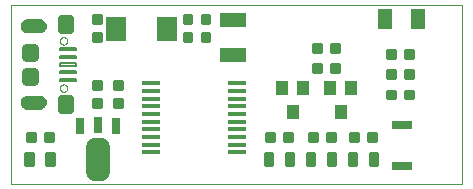
<source format=gtp>
G75*
%MOIN*%
%OFA0B0*%
%FSLAX25Y25*%
%IPPOS*%
%LPD*%
%AMOC8*
5,1,8,0,0,1.08239X$1,22.5*
%
%ADD10C,0.00000*%
%ADD11R,0.05906X0.01575*%
%ADD12C,0.00750*%
%ADD13C,0.02750*%
%ADD14C,0.02953*%
%ADD15C,0.00500*%
%ADD16R,0.06693X0.03150*%
%ADD17C,0.00875*%
%ADD18R,0.09000X0.04500*%
%ADD19R,0.05000X0.07000*%
%ADD20R,0.03150X0.05512*%
%ADD21C,0.06000*%
%ADD22R,0.07000X0.08000*%
%ADD23R,0.04000X0.04500*%
D10*
X0008000Y0002250D02*
X0008000Y0062211D01*
X0158201Y0062211D01*
X0158201Y0002250D01*
X0008000Y0002250D01*
X0024191Y0034376D02*
X0024193Y0034446D01*
X0024199Y0034516D01*
X0024209Y0034585D01*
X0024222Y0034654D01*
X0024240Y0034722D01*
X0024261Y0034789D01*
X0024286Y0034854D01*
X0024315Y0034918D01*
X0024347Y0034981D01*
X0024383Y0035041D01*
X0024422Y0035099D01*
X0024464Y0035155D01*
X0024509Y0035209D01*
X0024557Y0035260D01*
X0024608Y0035308D01*
X0024662Y0035353D01*
X0024718Y0035395D01*
X0024776Y0035434D01*
X0024836Y0035470D01*
X0024899Y0035502D01*
X0024963Y0035531D01*
X0025028Y0035556D01*
X0025095Y0035577D01*
X0025163Y0035595D01*
X0025232Y0035608D01*
X0025301Y0035618D01*
X0025371Y0035624D01*
X0025441Y0035626D01*
X0025511Y0035624D01*
X0025581Y0035618D01*
X0025650Y0035608D01*
X0025719Y0035595D01*
X0025787Y0035577D01*
X0025854Y0035556D01*
X0025919Y0035531D01*
X0025983Y0035502D01*
X0026046Y0035470D01*
X0026106Y0035434D01*
X0026164Y0035395D01*
X0026220Y0035353D01*
X0026274Y0035308D01*
X0026325Y0035260D01*
X0026373Y0035209D01*
X0026418Y0035155D01*
X0026460Y0035099D01*
X0026499Y0035041D01*
X0026535Y0034981D01*
X0026567Y0034918D01*
X0026596Y0034854D01*
X0026621Y0034789D01*
X0026642Y0034722D01*
X0026660Y0034654D01*
X0026673Y0034585D01*
X0026683Y0034516D01*
X0026689Y0034446D01*
X0026691Y0034376D01*
X0026689Y0034306D01*
X0026683Y0034236D01*
X0026673Y0034167D01*
X0026660Y0034098D01*
X0026642Y0034030D01*
X0026621Y0033963D01*
X0026596Y0033898D01*
X0026567Y0033834D01*
X0026535Y0033771D01*
X0026499Y0033711D01*
X0026460Y0033653D01*
X0026418Y0033597D01*
X0026373Y0033543D01*
X0026325Y0033492D01*
X0026274Y0033444D01*
X0026220Y0033399D01*
X0026164Y0033357D01*
X0026106Y0033318D01*
X0026046Y0033282D01*
X0025983Y0033250D01*
X0025919Y0033221D01*
X0025854Y0033196D01*
X0025787Y0033175D01*
X0025719Y0033157D01*
X0025650Y0033144D01*
X0025581Y0033134D01*
X0025511Y0033128D01*
X0025441Y0033126D01*
X0025371Y0033128D01*
X0025301Y0033134D01*
X0025232Y0033144D01*
X0025163Y0033157D01*
X0025095Y0033175D01*
X0025028Y0033196D01*
X0024963Y0033221D01*
X0024899Y0033250D01*
X0024836Y0033282D01*
X0024776Y0033318D01*
X0024718Y0033357D01*
X0024662Y0033399D01*
X0024608Y0033444D01*
X0024557Y0033492D01*
X0024509Y0033543D01*
X0024464Y0033597D01*
X0024422Y0033653D01*
X0024383Y0033711D01*
X0024347Y0033771D01*
X0024315Y0033834D01*
X0024286Y0033898D01*
X0024261Y0033963D01*
X0024240Y0034030D01*
X0024222Y0034098D01*
X0024209Y0034167D01*
X0024199Y0034236D01*
X0024193Y0034306D01*
X0024191Y0034376D01*
X0024191Y0050124D02*
X0024193Y0050194D01*
X0024199Y0050264D01*
X0024209Y0050333D01*
X0024222Y0050402D01*
X0024240Y0050470D01*
X0024261Y0050537D01*
X0024286Y0050602D01*
X0024315Y0050666D01*
X0024347Y0050729D01*
X0024383Y0050789D01*
X0024422Y0050847D01*
X0024464Y0050903D01*
X0024509Y0050957D01*
X0024557Y0051008D01*
X0024608Y0051056D01*
X0024662Y0051101D01*
X0024718Y0051143D01*
X0024776Y0051182D01*
X0024836Y0051218D01*
X0024899Y0051250D01*
X0024963Y0051279D01*
X0025028Y0051304D01*
X0025095Y0051325D01*
X0025163Y0051343D01*
X0025232Y0051356D01*
X0025301Y0051366D01*
X0025371Y0051372D01*
X0025441Y0051374D01*
X0025511Y0051372D01*
X0025581Y0051366D01*
X0025650Y0051356D01*
X0025719Y0051343D01*
X0025787Y0051325D01*
X0025854Y0051304D01*
X0025919Y0051279D01*
X0025983Y0051250D01*
X0026046Y0051218D01*
X0026106Y0051182D01*
X0026164Y0051143D01*
X0026220Y0051101D01*
X0026274Y0051056D01*
X0026325Y0051008D01*
X0026373Y0050957D01*
X0026418Y0050903D01*
X0026460Y0050847D01*
X0026499Y0050789D01*
X0026535Y0050729D01*
X0026567Y0050666D01*
X0026596Y0050602D01*
X0026621Y0050537D01*
X0026642Y0050470D01*
X0026660Y0050402D01*
X0026673Y0050333D01*
X0026683Y0050264D01*
X0026689Y0050194D01*
X0026691Y0050124D01*
X0026689Y0050054D01*
X0026683Y0049984D01*
X0026673Y0049915D01*
X0026660Y0049846D01*
X0026642Y0049778D01*
X0026621Y0049711D01*
X0026596Y0049646D01*
X0026567Y0049582D01*
X0026535Y0049519D01*
X0026499Y0049459D01*
X0026460Y0049401D01*
X0026418Y0049345D01*
X0026373Y0049291D01*
X0026325Y0049240D01*
X0026274Y0049192D01*
X0026220Y0049147D01*
X0026164Y0049105D01*
X0026106Y0049066D01*
X0026046Y0049030D01*
X0025983Y0048998D01*
X0025919Y0048969D01*
X0025854Y0048944D01*
X0025787Y0048923D01*
X0025719Y0048905D01*
X0025650Y0048892D01*
X0025581Y0048882D01*
X0025511Y0048876D01*
X0025441Y0048874D01*
X0025371Y0048876D01*
X0025301Y0048882D01*
X0025232Y0048892D01*
X0025163Y0048905D01*
X0025095Y0048923D01*
X0025028Y0048944D01*
X0024963Y0048969D01*
X0024899Y0048998D01*
X0024836Y0049030D01*
X0024776Y0049066D01*
X0024718Y0049105D01*
X0024662Y0049147D01*
X0024608Y0049192D01*
X0024557Y0049240D01*
X0024509Y0049291D01*
X0024464Y0049345D01*
X0024422Y0049401D01*
X0024383Y0049459D01*
X0024347Y0049519D01*
X0024315Y0049582D01*
X0024286Y0049646D01*
X0024261Y0049711D01*
X0024240Y0049778D01*
X0024222Y0049846D01*
X0024209Y0049915D01*
X0024199Y0049984D01*
X0024193Y0050054D01*
X0024191Y0050124D01*
D11*
X0054728Y0036016D03*
X0054728Y0033457D03*
X0054728Y0030898D03*
X0054728Y0028339D03*
X0054728Y0025780D03*
X0054728Y0023220D03*
X0054728Y0020661D03*
X0054728Y0018102D03*
X0054728Y0015543D03*
X0054728Y0012984D03*
X0083272Y0012984D03*
X0083272Y0015543D03*
X0083272Y0018102D03*
X0083272Y0020661D03*
X0083272Y0023220D03*
X0083272Y0025780D03*
X0083272Y0028339D03*
X0083272Y0030898D03*
X0083272Y0033457D03*
X0083272Y0036016D03*
D12*
X0029641Y0036757D02*
X0029641Y0037507D01*
X0029641Y0036757D02*
X0024391Y0036757D01*
X0024391Y0037507D01*
X0029641Y0037507D01*
X0029641Y0037506D02*
X0024391Y0037506D01*
X0029641Y0039316D02*
X0029641Y0040066D01*
X0029641Y0039316D02*
X0024391Y0039316D01*
X0024391Y0040066D01*
X0029641Y0040066D01*
X0029641Y0040065D02*
X0024391Y0040065D01*
X0029641Y0041875D02*
X0029641Y0042625D01*
X0029641Y0041875D02*
X0024391Y0041875D01*
X0024391Y0042625D01*
X0029641Y0042625D01*
X0029641Y0042624D02*
X0024391Y0042624D01*
X0029641Y0044434D02*
X0029641Y0045184D01*
X0029641Y0044434D02*
X0024391Y0044434D01*
X0024391Y0045184D01*
X0029641Y0045184D01*
X0029641Y0045183D02*
X0024391Y0045183D01*
X0029641Y0046993D02*
X0029641Y0047743D01*
X0029641Y0046993D02*
X0024391Y0046993D01*
X0024391Y0047743D01*
X0029641Y0047743D01*
X0029641Y0047742D02*
X0024391Y0047742D01*
D13*
X0024944Y0053862D02*
X0027694Y0053862D01*
X0024944Y0053862D02*
X0024944Y0057410D01*
X0027694Y0057410D01*
X0027694Y0053862D01*
X0027694Y0056611D02*
X0024944Y0056611D01*
X0024944Y0027090D02*
X0027694Y0027090D01*
X0024944Y0027090D02*
X0024944Y0030638D01*
X0027694Y0030638D01*
X0027694Y0027090D01*
X0027694Y0029839D02*
X0024944Y0029839D01*
D14*
X0012743Y0036836D02*
X0012743Y0039790D01*
X0015697Y0039790D01*
X0015697Y0036836D01*
X0012743Y0036836D01*
X0012743Y0039788D02*
X0015697Y0039788D01*
X0012743Y0044710D02*
X0012743Y0047664D01*
X0015697Y0047664D01*
X0015697Y0044710D01*
X0012743Y0044710D01*
X0012743Y0047662D02*
X0015697Y0047662D01*
D15*
X0017500Y0053000D02*
X0013500Y0053000D01*
X0013055Y0053050D01*
X0012632Y0053198D01*
X0012253Y0053436D01*
X0011936Y0053753D01*
X0011698Y0054132D01*
X0011550Y0054555D01*
X0011500Y0055000D01*
X0011550Y0055445D01*
X0011698Y0055868D01*
X0011936Y0056247D01*
X0012253Y0056564D01*
X0012632Y0056802D01*
X0013055Y0056950D01*
X0013500Y0057000D01*
X0017500Y0057000D01*
X0017945Y0056950D01*
X0018368Y0056802D01*
X0018747Y0056564D01*
X0019064Y0056247D01*
X0019302Y0055868D01*
X0019450Y0055445D01*
X0019500Y0055000D01*
X0019450Y0054555D01*
X0019302Y0054132D01*
X0019064Y0053753D01*
X0018747Y0053436D01*
X0018368Y0053198D01*
X0017945Y0053050D01*
X0017500Y0053000D01*
X0018082Y0053098D02*
X0012918Y0053098D01*
X0012093Y0053597D02*
X0018907Y0053597D01*
X0019279Y0054095D02*
X0011721Y0054095D01*
X0011546Y0054594D02*
X0019454Y0054594D01*
X0019490Y0055092D02*
X0011510Y0055092D01*
X0011601Y0055591D02*
X0019399Y0055591D01*
X0019163Y0056089D02*
X0011837Y0056089D01*
X0012291Y0056588D02*
X0018709Y0056588D01*
X0017500Y0031500D02*
X0013500Y0031500D01*
X0013055Y0031450D01*
X0012632Y0031302D01*
X0012253Y0031064D01*
X0011936Y0030747D01*
X0011698Y0030368D01*
X0011550Y0029945D01*
X0011500Y0029500D01*
X0011550Y0029055D01*
X0011698Y0028632D01*
X0011936Y0028253D01*
X0012253Y0027936D01*
X0012632Y0027698D01*
X0013055Y0027550D01*
X0013500Y0027500D01*
X0017500Y0027500D01*
X0017945Y0027550D01*
X0018368Y0027698D01*
X0018747Y0027936D01*
X0019064Y0028253D01*
X0019302Y0028632D01*
X0019450Y0029055D01*
X0019500Y0029500D01*
X0019450Y0029945D01*
X0019302Y0030368D01*
X0019064Y0030747D01*
X0018747Y0031064D01*
X0018368Y0031302D01*
X0017945Y0031450D01*
X0017500Y0031500D01*
X0018588Y0031164D02*
X0012412Y0031164D01*
X0011885Y0030665D02*
X0019115Y0030665D01*
X0019372Y0030167D02*
X0011628Y0030167D01*
X0011519Y0029668D02*
X0019481Y0029668D01*
X0019463Y0029170D02*
X0011537Y0029170D01*
X0011684Y0028671D02*
X0019316Y0028671D01*
X0018983Y0028173D02*
X0012017Y0028173D01*
X0012701Y0027674D02*
X0018299Y0027674D01*
D16*
X0138250Y0021943D03*
X0138250Y0008557D03*
D17*
X0130063Y0008687D02*
X0127437Y0008687D01*
X0127437Y0012813D01*
X0130063Y0012813D01*
X0130063Y0008687D01*
X0130063Y0009561D02*
X0127437Y0009561D01*
X0127437Y0010435D02*
X0130063Y0010435D01*
X0130063Y0011309D02*
X0127437Y0011309D01*
X0127437Y0012183D02*
X0130063Y0012183D01*
X0123063Y0008687D02*
X0120437Y0008687D01*
X0120437Y0012813D01*
X0123063Y0012813D01*
X0123063Y0008687D01*
X0123063Y0009561D02*
X0120437Y0009561D01*
X0120437Y0010435D02*
X0123063Y0010435D01*
X0123063Y0011309D02*
X0120437Y0011309D01*
X0120437Y0012183D02*
X0123063Y0012183D01*
X0116063Y0008687D02*
X0113437Y0008687D01*
X0113437Y0012813D01*
X0116063Y0012813D01*
X0116063Y0008687D01*
X0116063Y0009561D02*
X0113437Y0009561D01*
X0113437Y0010435D02*
X0116063Y0010435D01*
X0116063Y0011309D02*
X0113437Y0011309D01*
X0113437Y0012183D02*
X0116063Y0012183D01*
X0109063Y0008687D02*
X0106437Y0008687D01*
X0106437Y0012813D01*
X0109063Y0012813D01*
X0109063Y0008687D01*
X0109063Y0009561D02*
X0106437Y0009561D01*
X0106437Y0010435D02*
X0109063Y0010435D01*
X0109063Y0011309D02*
X0106437Y0011309D01*
X0106437Y0012183D02*
X0109063Y0012183D01*
X0102063Y0008687D02*
X0099437Y0008687D01*
X0099437Y0012813D01*
X0102063Y0012813D01*
X0102063Y0008687D01*
X0102063Y0009561D02*
X0099437Y0009561D01*
X0099437Y0010435D02*
X0102063Y0010435D01*
X0102063Y0011309D02*
X0099437Y0011309D01*
X0099437Y0012183D02*
X0102063Y0012183D01*
X0095063Y0008687D02*
X0092437Y0008687D01*
X0092437Y0012813D01*
X0095063Y0012813D01*
X0095063Y0008687D01*
X0095063Y0009561D02*
X0092437Y0009561D01*
X0092437Y0010435D02*
X0095063Y0010435D01*
X0095063Y0011309D02*
X0092437Y0011309D01*
X0092437Y0012183D02*
X0095063Y0012183D01*
X0095563Y0019313D02*
X0092937Y0019313D01*
X0095563Y0019313D02*
X0095563Y0016687D01*
X0092937Y0016687D01*
X0092937Y0019313D01*
X0092937Y0017561D02*
X0095563Y0017561D01*
X0095563Y0018435D02*
X0092937Y0018435D01*
X0092937Y0019309D02*
X0095563Y0019309D01*
X0098937Y0019313D02*
X0101563Y0019313D01*
X0101563Y0016687D01*
X0098937Y0016687D01*
X0098937Y0019313D01*
X0098937Y0017561D02*
X0101563Y0017561D01*
X0101563Y0018435D02*
X0098937Y0018435D01*
X0098937Y0019309D02*
X0101563Y0019309D01*
X0107187Y0019313D02*
X0109813Y0019313D01*
X0109813Y0016687D01*
X0107187Y0016687D01*
X0107187Y0019313D01*
X0107187Y0017561D02*
X0109813Y0017561D01*
X0109813Y0018435D02*
X0107187Y0018435D01*
X0107187Y0019309D02*
X0109813Y0019309D01*
X0113187Y0019313D02*
X0115813Y0019313D01*
X0115813Y0016687D01*
X0113187Y0016687D01*
X0113187Y0019313D01*
X0113187Y0017561D02*
X0115813Y0017561D01*
X0115813Y0018435D02*
X0113187Y0018435D01*
X0113187Y0019309D02*
X0115813Y0019309D01*
X0120937Y0016687D02*
X0123563Y0016687D01*
X0120937Y0016687D02*
X0120937Y0019313D01*
X0123563Y0019313D01*
X0123563Y0016687D01*
X0123563Y0017561D02*
X0120937Y0017561D01*
X0120937Y0018435D02*
X0123563Y0018435D01*
X0123563Y0019309D02*
X0120937Y0019309D01*
X0126937Y0016687D02*
X0129563Y0016687D01*
X0126937Y0016687D02*
X0126937Y0019313D01*
X0129563Y0019313D01*
X0129563Y0016687D01*
X0129563Y0017561D02*
X0126937Y0017561D01*
X0126937Y0018435D02*
X0129563Y0018435D01*
X0129563Y0019309D02*
X0126937Y0019309D01*
X0133187Y0030937D02*
X0135813Y0030937D01*
X0133187Y0030937D02*
X0133187Y0033563D01*
X0135813Y0033563D01*
X0135813Y0030937D01*
X0135813Y0031811D02*
X0133187Y0031811D01*
X0133187Y0032685D02*
X0135813Y0032685D01*
X0135813Y0033559D02*
X0133187Y0033559D01*
X0139187Y0030937D02*
X0141813Y0030937D01*
X0139187Y0030937D02*
X0139187Y0033563D01*
X0141813Y0033563D01*
X0141813Y0030937D01*
X0141813Y0031811D02*
X0139187Y0031811D01*
X0139187Y0032685D02*
X0141813Y0032685D01*
X0141813Y0033559D02*
X0139187Y0033559D01*
X0139187Y0037687D02*
X0141813Y0037687D01*
X0139187Y0037687D02*
X0139187Y0040313D01*
X0141813Y0040313D01*
X0141813Y0037687D01*
X0141813Y0038561D02*
X0139187Y0038561D01*
X0139187Y0039435D02*
X0141813Y0039435D01*
X0141813Y0040309D02*
X0139187Y0040309D01*
X0135813Y0037687D02*
X0133187Y0037687D01*
X0133187Y0040313D01*
X0135813Y0040313D01*
X0135813Y0037687D01*
X0135813Y0038561D02*
X0133187Y0038561D01*
X0133187Y0039435D02*
X0135813Y0039435D01*
X0135813Y0040309D02*
X0133187Y0040309D01*
X0133187Y0044437D02*
X0135813Y0044437D01*
X0133187Y0044437D02*
X0133187Y0047063D01*
X0135813Y0047063D01*
X0135813Y0044437D01*
X0135813Y0045311D02*
X0133187Y0045311D01*
X0133187Y0046185D02*
X0135813Y0046185D01*
X0135813Y0047059D02*
X0133187Y0047059D01*
X0139187Y0044437D02*
X0141813Y0044437D01*
X0139187Y0044437D02*
X0139187Y0047063D01*
X0141813Y0047063D01*
X0141813Y0044437D01*
X0141813Y0045311D02*
X0139187Y0045311D01*
X0139187Y0046185D02*
X0141813Y0046185D01*
X0141813Y0047059D02*
X0139187Y0047059D01*
X0117313Y0049063D02*
X0114687Y0049063D01*
X0117313Y0049063D02*
X0117313Y0046437D01*
X0114687Y0046437D01*
X0114687Y0049063D01*
X0114687Y0047311D02*
X0117313Y0047311D01*
X0117313Y0048185D02*
X0114687Y0048185D01*
X0114687Y0049059D02*
X0117313Y0049059D01*
X0111313Y0049063D02*
X0108687Y0049063D01*
X0111313Y0049063D02*
X0111313Y0046437D01*
X0108687Y0046437D01*
X0108687Y0049063D01*
X0108687Y0047311D02*
X0111313Y0047311D01*
X0111313Y0048185D02*
X0108687Y0048185D01*
X0108687Y0049059D02*
X0111313Y0049059D01*
X0111313Y0039687D02*
X0108687Y0039687D01*
X0108687Y0042313D01*
X0111313Y0042313D01*
X0111313Y0039687D01*
X0111313Y0040561D02*
X0108687Y0040561D01*
X0108687Y0041435D02*
X0111313Y0041435D01*
X0111313Y0042309D02*
X0108687Y0042309D01*
X0114687Y0039687D02*
X0117313Y0039687D01*
X0114687Y0039687D02*
X0114687Y0042313D01*
X0117313Y0042313D01*
X0117313Y0039687D01*
X0117313Y0040561D02*
X0114687Y0040561D01*
X0114687Y0041435D02*
X0117313Y0041435D01*
X0117313Y0042309D02*
X0114687Y0042309D01*
X0071437Y0050187D02*
X0071437Y0052813D01*
X0074063Y0052813D01*
X0074063Y0050187D01*
X0071437Y0050187D01*
X0071437Y0051061D02*
X0074063Y0051061D01*
X0074063Y0051935D02*
X0071437Y0051935D01*
X0071437Y0052809D02*
X0074063Y0052809D01*
X0065437Y0052813D02*
X0065437Y0050187D01*
X0065437Y0052813D02*
X0068063Y0052813D01*
X0068063Y0050187D01*
X0065437Y0050187D01*
X0065437Y0051061D02*
X0068063Y0051061D01*
X0068063Y0051935D02*
X0065437Y0051935D01*
X0065437Y0052809D02*
X0068063Y0052809D01*
X0065437Y0056187D02*
X0065437Y0058813D01*
X0068063Y0058813D01*
X0068063Y0056187D01*
X0065437Y0056187D01*
X0065437Y0057061D02*
X0068063Y0057061D01*
X0068063Y0057935D02*
X0065437Y0057935D01*
X0065437Y0058809D02*
X0068063Y0058809D01*
X0071437Y0058813D02*
X0071437Y0056187D01*
X0071437Y0058813D02*
X0074063Y0058813D01*
X0074063Y0056187D01*
X0071437Y0056187D01*
X0071437Y0057061D02*
X0074063Y0057061D01*
X0074063Y0057935D02*
X0071437Y0057935D01*
X0071437Y0058809D02*
X0074063Y0058809D01*
X0035187Y0058813D02*
X0035187Y0056187D01*
X0035187Y0058813D02*
X0037813Y0058813D01*
X0037813Y0056187D01*
X0035187Y0056187D01*
X0035187Y0057061D02*
X0037813Y0057061D01*
X0037813Y0057935D02*
X0035187Y0057935D01*
X0035187Y0058809D02*
X0037813Y0058809D01*
X0035187Y0052813D02*
X0035187Y0050187D01*
X0035187Y0052813D02*
X0037813Y0052813D01*
X0037813Y0050187D01*
X0035187Y0050187D01*
X0035187Y0051061D02*
X0037813Y0051061D01*
X0037813Y0051935D02*
X0035187Y0051935D01*
X0035187Y0052809D02*
X0037813Y0052809D01*
X0035187Y0036813D02*
X0035187Y0034187D01*
X0035187Y0036813D02*
X0037813Y0036813D01*
X0037813Y0034187D01*
X0035187Y0034187D01*
X0035187Y0035061D02*
X0037813Y0035061D01*
X0037813Y0035935D02*
X0035187Y0035935D01*
X0035187Y0036809D02*
X0037813Y0036809D01*
X0044813Y0036813D02*
X0044813Y0034187D01*
X0042187Y0034187D01*
X0042187Y0036813D01*
X0044813Y0036813D01*
X0044813Y0035061D02*
X0042187Y0035061D01*
X0042187Y0035935D02*
X0044813Y0035935D01*
X0044813Y0036809D02*
X0042187Y0036809D01*
X0044813Y0030813D02*
X0044813Y0028187D01*
X0042187Y0028187D01*
X0042187Y0030813D01*
X0044813Y0030813D01*
X0044813Y0029061D02*
X0042187Y0029061D01*
X0042187Y0029935D02*
X0044813Y0029935D01*
X0044813Y0030809D02*
X0042187Y0030809D01*
X0035187Y0030813D02*
X0035187Y0028187D01*
X0035187Y0030813D02*
X0037813Y0030813D01*
X0037813Y0028187D01*
X0035187Y0028187D01*
X0035187Y0029061D02*
X0037813Y0029061D01*
X0037813Y0029935D02*
X0035187Y0029935D01*
X0035187Y0030809D02*
X0037813Y0030809D01*
X0021813Y0019313D02*
X0019187Y0019313D01*
X0021813Y0019313D02*
X0021813Y0016687D01*
X0019187Y0016687D01*
X0019187Y0019313D01*
X0019187Y0017561D02*
X0021813Y0017561D01*
X0021813Y0018435D02*
X0019187Y0018435D01*
X0019187Y0019309D02*
X0021813Y0019309D01*
X0015813Y0019313D02*
X0013187Y0019313D01*
X0015813Y0019313D02*
X0015813Y0016687D01*
X0013187Y0016687D01*
X0013187Y0019313D01*
X0013187Y0017561D02*
X0015813Y0017561D01*
X0015813Y0018435D02*
X0013187Y0018435D01*
X0013187Y0019309D02*
X0015813Y0019309D01*
X0015313Y0012813D02*
X0012687Y0012813D01*
X0015313Y0012813D02*
X0015313Y0008687D01*
X0012687Y0008687D01*
X0012687Y0012813D01*
X0012687Y0009561D02*
X0015313Y0009561D01*
X0015313Y0010435D02*
X0012687Y0010435D01*
X0012687Y0011309D02*
X0015313Y0011309D01*
X0015313Y0012183D02*
X0012687Y0012183D01*
X0019687Y0012813D02*
X0022313Y0012813D01*
X0022313Y0008687D01*
X0019687Y0008687D01*
X0019687Y0012813D01*
X0019687Y0009561D02*
X0022313Y0009561D01*
X0022313Y0010435D02*
X0019687Y0010435D01*
X0019687Y0011309D02*
X0022313Y0011309D01*
X0022313Y0012183D02*
X0019687Y0012183D01*
D18*
X0082000Y0045500D03*
X0082000Y0057000D03*
D19*
X0132500Y0057250D03*
X0143500Y0057250D03*
D20*
X0043000Y0021750D03*
X0037000Y0022045D03*
X0031000Y0021750D03*
D21*
X0036000Y0014734D02*
X0038000Y0014734D01*
X0038000Y0006364D01*
X0036000Y0006364D01*
X0036000Y0014734D01*
X0036000Y0012363D02*
X0038000Y0012363D01*
D22*
X0043000Y0054000D03*
X0060000Y0054000D03*
D23*
X0098250Y0034250D03*
X0105250Y0034250D03*
X0114250Y0034250D03*
X0121250Y0034250D03*
X0117750Y0026250D03*
X0101750Y0026250D03*
M02*

</source>
